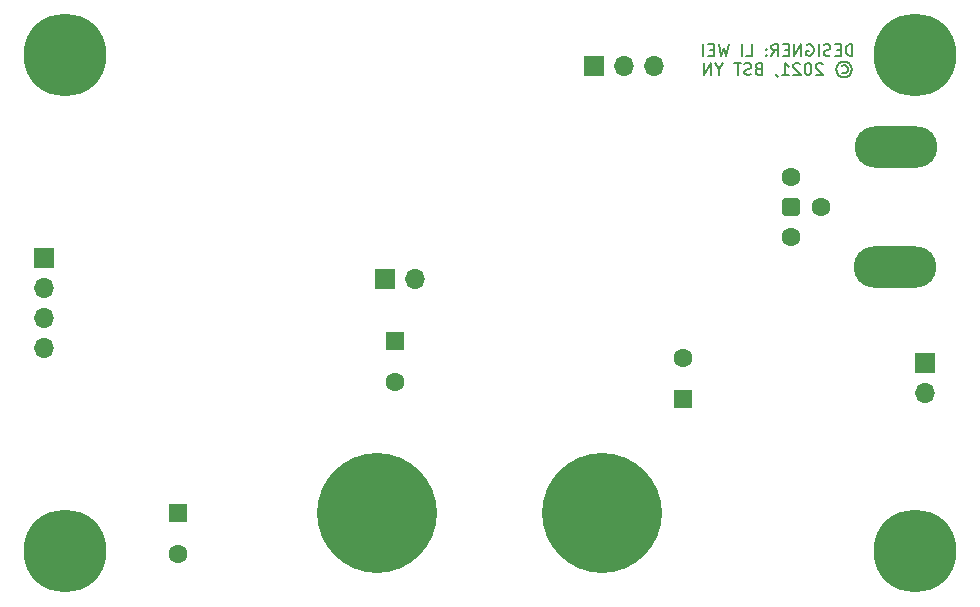
<source format=gbr>
%TF.GenerationSoftware,KiCad,Pcbnew,(5.99.0-9654-g274d4e2eb4)*%
%TF.CreationDate,2021-03-31T09:38:20+08:00*%
%TF.ProjectId,16bit-pwm-dac-board,31366269-742d-4707-976d-2d6461632d62,MK1B1*%
%TF.SameCoordinates,PXfd9da600PY17d7840*%
%TF.FileFunction,Soldermask,Bot*%
%TF.FilePolarity,Negative*%
%FSLAX46Y46*%
G04 Gerber Fmt 4.6, Leading zero omitted, Abs format (unit mm)*
G04 Created by KiCad (PCBNEW (5.99.0-9654-g274d4e2eb4)) date 2021-03-31 09:38:20*
%MOMM*%
%LPD*%
G01*
G04 APERTURE LIST*
G04 Aperture macros list*
%AMRoundRect*
0 Rectangle with rounded corners*
0 $1 Rounding radius*
0 $2 $3 $4 $5 $6 $7 $8 $9 X,Y pos of 4 corners*
0 Add a 4 corners polygon primitive as box body*
4,1,4,$2,$3,$4,$5,$6,$7,$8,$9,$2,$3,0*
0 Add four circle primitives for the rounded corners*
1,1,$1+$1,$2,$3*
1,1,$1+$1,$4,$5*
1,1,$1+$1,$6,$7*
1,1,$1+$1,$8,$9*
0 Add four rect primitives between the rounded corners*
20,1,$1+$1,$2,$3,$4,$5,0*
20,1,$1+$1,$4,$5,$6,$7,0*
20,1,$1+$1,$6,$7,$8,$9,0*
20,1,$1+$1,$8,$9,$2,$3,0*%
G04 Aperture macros list end*
%ADD10C,0.150000*%
%ADD11R,1.600000X1.600000*%
%ADD12C,1.600000*%
%ADD13R,1.700000X1.700000*%
%ADD14O,1.700000X1.700000*%
%ADD15C,0.800000*%
%ADD16C,7.000000*%
%ADD17C,10.160000*%
%ADD18O,7.000000X3.500000*%
%ADD19RoundRect,0.400000X-0.400000X0.400000X-0.400000X-0.400000X0.400000X-0.400000X0.400000X0.400000X0*%
G04 APERTURE END LIST*
D10*
X70693523Y45926619D02*
X70693523Y46926619D01*
X70455428Y46926619D01*
X70312571Y46879000D01*
X70217333Y46783761D01*
X70169714Y46688523D01*
X70122095Y46498047D01*
X70122095Y46355190D01*
X70169714Y46164714D01*
X70217333Y46069476D01*
X70312571Y45974238D01*
X70455428Y45926619D01*
X70693523Y45926619D01*
X69693523Y46450428D02*
X69360190Y46450428D01*
X69217333Y45926619D02*
X69693523Y45926619D01*
X69693523Y46926619D01*
X69217333Y46926619D01*
X68836380Y45974238D02*
X68693523Y45926619D01*
X68455428Y45926619D01*
X68360190Y45974238D01*
X68312571Y46021857D01*
X68264952Y46117095D01*
X68264952Y46212333D01*
X68312571Y46307571D01*
X68360190Y46355190D01*
X68455428Y46402809D01*
X68645904Y46450428D01*
X68741142Y46498047D01*
X68788761Y46545666D01*
X68836380Y46640904D01*
X68836380Y46736142D01*
X68788761Y46831380D01*
X68741142Y46879000D01*
X68645904Y46926619D01*
X68407809Y46926619D01*
X68264952Y46879000D01*
X67836380Y45926619D02*
X67836380Y46926619D01*
X66836380Y46879000D02*
X66931619Y46926619D01*
X67074476Y46926619D01*
X67217333Y46879000D01*
X67312571Y46783761D01*
X67360190Y46688523D01*
X67407809Y46498047D01*
X67407809Y46355190D01*
X67360190Y46164714D01*
X67312571Y46069476D01*
X67217333Y45974238D01*
X67074476Y45926619D01*
X66979238Y45926619D01*
X66836380Y45974238D01*
X66788761Y46021857D01*
X66788761Y46355190D01*
X66979238Y46355190D01*
X66360190Y45926619D02*
X66360190Y46926619D01*
X65788761Y45926619D01*
X65788761Y46926619D01*
X65312571Y46450428D02*
X64979238Y46450428D01*
X64836380Y45926619D02*
X65312571Y45926619D01*
X65312571Y46926619D01*
X64836380Y46926619D01*
X63836380Y45926619D02*
X64169714Y46402809D01*
X64407809Y45926619D02*
X64407809Y46926619D01*
X64026857Y46926619D01*
X63931619Y46879000D01*
X63884000Y46831380D01*
X63836380Y46736142D01*
X63836380Y46593285D01*
X63884000Y46498047D01*
X63931619Y46450428D01*
X64026857Y46402809D01*
X64407809Y46402809D01*
X63407809Y46021857D02*
X63360190Y45974238D01*
X63407809Y45926619D01*
X63455428Y45974238D01*
X63407809Y46021857D01*
X63407809Y45926619D01*
X63407809Y46545666D02*
X63360190Y46498047D01*
X63407809Y46450428D01*
X63455428Y46498047D01*
X63407809Y46545666D01*
X63407809Y46450428D01*
X61693523Y45926619D02*
X62169714Y45926619D01*
X62169714Y46926619D01*
X61360190Y45926619D02*
X61360190Y46926619D01*
X60217333Y46926619D02*
X59979238Y45926619D01*
X59788761Y46640904D01*
X59598285Y45926619D01*
X59360190Y46926619D01*
X58979238Y46450428D02*
X58645904Y46450428D01*
X58503047Y45926619D02*
X58979238Y45926619D01*
X58979238Y46926619D01*
X58503047Y46926619D01*
X58074476Y45926619D02*
X58074476Y46926619D01*
X69788761Y45078523D02*
X69884000Y45126142D01*
X70074476Y45126142D01*
X70169714Y45078523D01*
X70264952Y44983285D01*
X70312571Y44888047D01*
X70312571Y44697571D01*
X70264952Y44602333D01*
X70169714Y44507095D01*
X70074476Y44459476D01*
X69884000Y44459476D01*
X69788761Y44507095D01*
X69979238Y45459476D02*
X70217333Y45411857D01*
X70455428Y45269000D01*
X70598285Y45030904D01*
X70645904Y44792809D01*
X70598285Y44554714D01*
X70455428Y44316619D01*
X70217333Y44173761D01*
X69979238Y44126142D01*
X69741142Y44173761D01*
X69503047Y44316619D01*
X69360190Y44554714D01*
X69312571Y44792809D01*
X69360190Y45030904D01*
X69503047Y45269000D01*
X69741142Y45411857D01*
X69979238Y45459476D01*
X68169714Y45221380D02*
X68122095Y45269000D01*
X68026857Y45316619D01*
X67788761Y45316619D01*
X67693523Y45269000D01*
X67645904Y45221380D01*
X67598285Y45126142D01*
X67598285Y45030904D01*
X67645904Y44888047D01*
X68217333Y44316619D01*
X67598285Y44316619D01*
X66979238Y45316619D02*
X66884000Y45316619D01*
X66788761Y45269000D01*
X66741142Y45221380D01*
X66693523Y45126142D01*
X66645904Y44935666D01*
X66645904Y44697571D01*
X66693523Y44507095D01*
X66741142Y44411857D01*
X66788761Y44364238D01*
X66884000Y44316619D01*
X66979238Y44316619D01*
X67074476Y44364238D01*
X67122095Y44411857D01*
X67169714Y44507095D01*
X67217333Y44697571D01*
X67217333Y44935666D01*
X67169714Y45126142D01*
X67122095Y45221380D01*
X67074476Y45269000D01*
X66979238Y45316619D01*
X66264952Y45221380D02*
X66217333Y45269000D01*
X66122095Y45316619D01*
X65884000Y45316619D01*
X65788761Y45269000D01*
X65741142Y45221380D01*
X65693523Y45126142D01*
X65693523Y45030904D01*
X65741142Y44888047D01*
X66312571Y44316619D01*
X65693523Y44316619D01*
X64741142Y44316619D02*
X65312571Y44316619D01*
X65026857Y44316619D02*
X65026857Y45316619D01*
X65122095Y45173761D01*
X65217333Y45078523D01*
X65312571Y45030904D01*
X64264952Y44364238D02*
X64264952Y44316619D01*
X64312571Y44221380D01*
X64360190Y44173761D01*
X62741142Y44840428D02*
X62598285Y44792809D01*
X62550666Y44745190D01*
X62503047Y44649952D01*
X62503047Y44507095D01*
X62550666Y44411857D01*
X62598285Y44364238D01*
X62693523Y44316619D01*
X63074476Y44316619D01*
X63074476Y45316619D01*
X62741142Y45316619D01*
X62645904Y45269000D01*
X62598285Y45221380D01*
X62550666Y45126142D01*
X62550666Y45030904D01*
X62598285Y44935666D01*
X62645904Y44888047D01*
X62741142Y44840428D01*
X63074476Y44840428D01*
X62122095Y44364238D02*
X61979238Y44316619D01*
X61741142Y44316619D01*
X61645904Y44364238D01*
X61598285Y44411857D01*
X61550666Y44507095D01*
X61550666Y44602333D01*
X61598285Y44697571D01*
X61645904Y44745190D01*
X61741142Y44792809D01*
X61931619Y44840428D01*
X62026857Y44888047D01*
X62074476Y44935666D01*
X62122095Y45030904D01*
X62122095Y45126142D01*
X62074476Y45221380D01*
X62026857Y45269000D01*
X61931619Y45316619D01*
X61693523Y45316619D01*
X61550666Y45269000D01*
X61264952Y45316619D02*
X60693523Y45316619D01*
X60979238Y44316619D02*
X60979238Y45316619D01*
X59407809Y44792809D02*
X59407809Y44316619D01*
X59741142Y45316619D02*
X59407809Y44792809D01*
X59074476Y45316619D01*
X58741142Y44316619D02*
X58741142Y45316619D01*
X58169714Y44316619D01*
X58169714Y45316619D01*
D11*
%TO.C,C113*%
X31999000Y21825000D03*
D12*
X31999000Y18325000D03*
%TD*%
D13*
%TO.C,J104*%
X2281000Y28800000D03*
D14*
X2281000Y26260000D03*
X2281000Y23720000D03*
X2281000Y21180000D03*
%TD*%
D15*
%TO.C,H101*%
X5856155Y44143845D03*
X4000000Y48625000D03*
D16*
X4000000Y46000000D03*
D15*
X1375000Y46000000D03*
X5856155Y47856155D03*
X2143845Y47856155D03*
X2143845Y44143845D03*
X4000000Y43375000D03*
X6625000Y46000000D03*
%TD*%
%TO.C,H103*%
X76000000Y6625000D03*
X76000000Y1375000D03*
X73375000Y4000000D03*
D16*
X76000000Y4000000D03*
D15*
X78625000Y4000000D03*
X77856155Y2143845D03*
X77856155Y5856155D03*
X74143845Y2143845D03*
X74143845Y5856155D03*
%TD*%
D13*
%TO.C,J103*%
X31105000Y27032000D03*
D14*
X33645000Y27032000D03*
%TD*%
D11*
%TO.C,C117*%
X56383000Y16898500D03*
D12*
X56383000Y20398500D03*
%TD*%
D13*
%TO.C,J107*%
X48778000Y45066000D03*
D14*
X51318000Y45066000D03*
X53858000Y45066000D03*
%TD*%
D13*
%TO.C,J105*%
X76830000Y19920000D03*
D14*
X76830000Y17380000D03*
%TD*%
D17*
%TO.C,J102*%
X49525000Y7220000D03*
%TD*%
D15*
%TO.C,H102*%
X4000000Y6625000D03*
X2143845Y5856155D03*
X4000000Y1375000D03*
X1375000Y4000000D03*
X5856155Y2143845D03*
X5856155Y5856155D03*
X2143845Y2143845D03*
D16*
X4000000Y4000000D03*
D15*
X6625000Y4000000D03*
%TD*%
D11*
%TO.C,C102*%
X13605000Y7220000D03*
D12*
X13605000Y3720000D03*
%TD*%
D17*
%TO.C,J101*%
X30475000Y7220000D03*
%TD*%
D15*
%TO.C,H104*%
X74143845Y47856155D03*
X77856155Y47856155D03*
X73375000Y46000000D03*
X78625000Y46000000D03*
X76000000Y48625000D03*
X76000000Y43375000D03*
D16*
X76000000Y46000000D03*
D15*
X74143845Y44143845D03*
X77856155Y44143845D03*
%TD*%
D18*
%TO.C,J106*%
X74285000Y28048000D03*
X74385000Y38208000D03*
D19*
X65495000Y33128000D03*
D12*
X65495000Y35668000D03*
X68035000Y33128000D03*
X65495000Y30588000D03*
%TD*%
M02*

</source>
